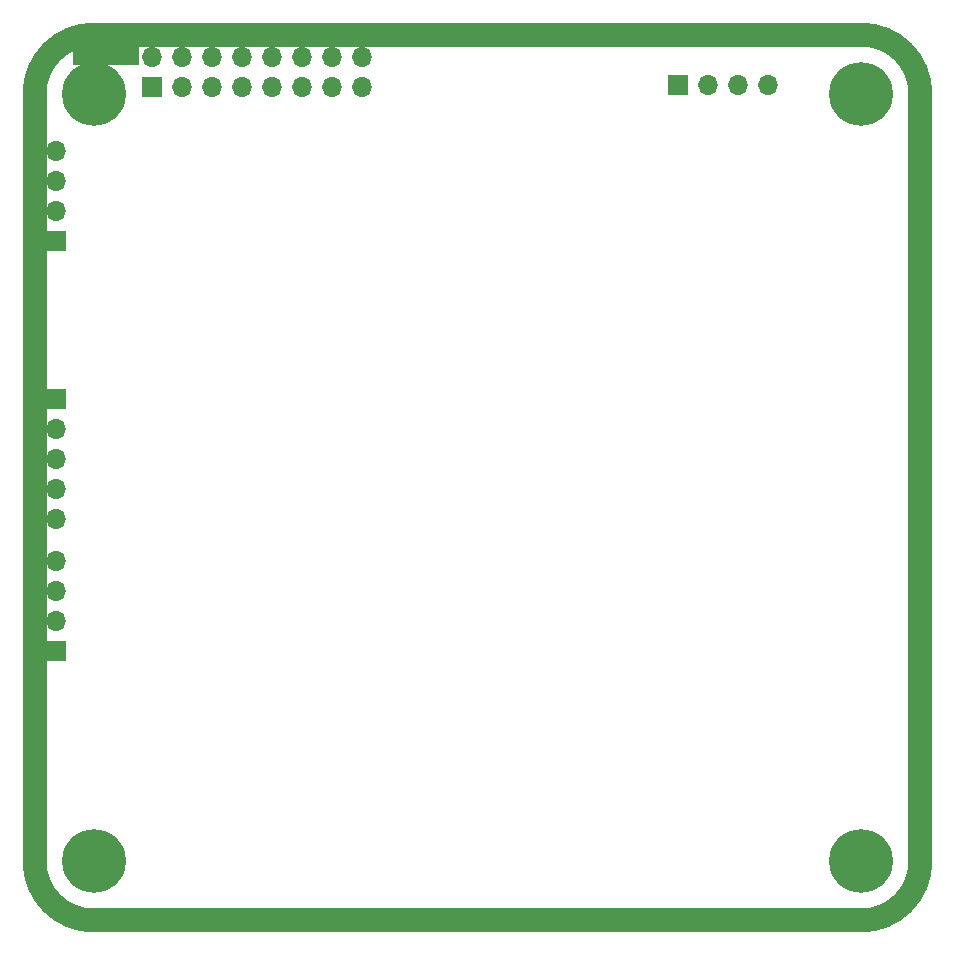
<source format=gbs>
G04 #@! TF.GenerationSoftware,KiCad,Pcbnew,5.1.10-88a1d61d58~90~ubuntu20.04.1*
G04 #@! TF.CreationDate,2021-08-30T21:25:50+02:00*
G04 #@! TF.ProjectId,eval_board_tmc6200-ta,6576616c-5f62-46f6-9172-645f746d6336,rev?*
G04 #@! TF.SameCoordinates,Original*
G04 #@! TF.FileFunction,Soldermask,Bot*
G04 #@! TF.FilePolarity,Negative*
%FSLAX46Y46*%
G04 Gerber Fmt 4.6, Leading zero omitted, Abs format (unit mm)*
G04 Created by KiCad (PCBNEW 5.1.10-88a1d61d58~90~ubuntu20.04.1) date 2021-08-30 21:25:50*
%MOMM*%
%LPD*%
G01*
G04 APERTURE LIST*
%ADD10C,2.000000*%
%ADD11C,0.010000*%
%ADD12C,5.400000*%
%ADD13C,3.100000*%
%ADD14O,1.700000X1.700000*%
%ADD15R,1.700000X1.700000*%
G04 APERTURE END LIST*
D10*
X195000000Y-115000000D02*
G75*
G02*
X190000000Y-110000000I0J5000000D01*
G01*
D11*
G36*
X198750000Y-42500000D02*
G01*
X193250000Y-42500000D01*
X193250000Y-40000000D01*
X198750000Y-40000000D01*
X198750000Y-42500000D01*
G37*
X198750000Y-42500000D02*
X193250000Y-42500000D01*
X193250000Y-40000000D01*
X198750000Y-40000000D01*
X198750000Y-42500000D01*
D10*
X265000000Y-110000000D02*
G75*
G02*
X260000000Y-115000000I-5000000J0D01*
G01*
X190000000Y-45000000D02*
G75*
G02*
X195000000Y-40000000I5000000J0D01*
G01*
X260000000Y-40000000D02*
G75*
G02*
X265000000Y-45000000I0J-5000000D01*
G01*
X195000000Y-40000000D02*
X260000000Y-40000000D01*
X190000000Y-110000000D02*
X190000000Y-45000000D01*
X260000000Y-115000000D02*
X195000000Y-115000000D01*
X265000000Y-45000000D02*
X265000000Y-110000000D01*
D12*
X195000000Y-110000000D03*
D13*
X195000000Y-110000000D03*
D14*
X191825000Y-80985000D03*
X191825000Y-78445000D03*
X191825000Y-75905000D03*
X191825000Y-73365000D03*
D15*
X191825000Y-70825000D03*
D14*
X191825000Y-84605000D03*
X191825000Y-87145000D03*
X191825000Y-89685000D03*
D15*
X191825000Y-92225000D03*
D14*
X252095000Y-44250000D03*
X249555000Y-44250000D03*
X247015000Y-44250000D03*
D15*
X244475000Y-44250000D03*
D14*
X217730000Y-41860000D03*
X217730000Y-44400000D03*
X215190000Y-41860000D03*
X215190000Y-44400000D03*
X212650000Y-41860000D03*
X212650000Y-44400000D03*
X210110000Y-41860000D03*
X210110000Y-44400000D03*
X207570000Y-41860000D03*
X207570000Y-44400000D03*
X205030000Y-41860000D03*
X205030000Y-44400000D03*
X202490000Y-41860000D03*
X202490000Y-44400000D03*
X199950000Y-41860000D03*
D15*
X199950000Y-44400000D03*
D14*
X191825000Y-49880000D03*
X191825000Y-52420000D03*
X191825000Y-54960000D03*
D15*
X191825000Y-57500000D03*
D12*
X195000000Y-45000000D03*
D13*
X195000000Y-45000000D03*
D12*
X260000000Y-45000000D03*
D13*
X260000000Y-45000000D03*
D12*
X260000000Y-110000000D03*
D13*
X260000000Y-110000000D03*
M02*

</source>
